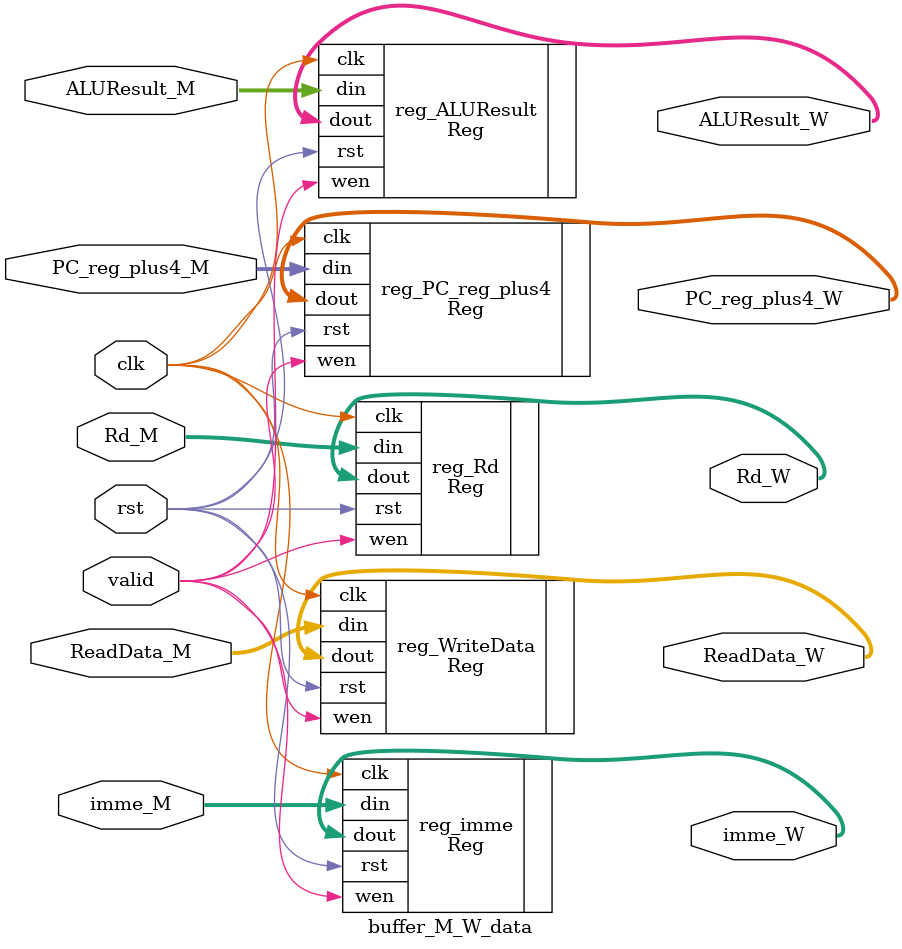
<source format=v>
`timescale 1ns / 1ps
module buffer_F_D_data(
        input clk,
        input rst,
        input [31:0] instr_F,
        input [31:0] PC_reg_F,
        input [31:0] PC_reg_plus4_F,
        input valid,
        output [31:0] instr_D,
        output [31:0] PC_reg_D,
        output [31:0] PC_reg_plus4_D
    );

    Reg #(32, 0) reg_instr (
            .clk(clk),
            .rst(rst),
            .din(instr_F),
            .dout(instr_D),
            .wen(valid)
        );

    Reg #(32, 0) reg_PC_reg (
            .clk(clk),
            .rst(rst),
            .din(PC_reg_F),
            .dout(PC_reg_D),
            .wen(valid)
        );

    Reg #(32, 0) reg_PC_reg_plus4 (
            .clk(clk),
            .rst(rst),
            .din(PC_reg_plus4_F),
            .dout(PC_reg_plus4_D),
            .wen(valid)
        );

endmodule

module buffer_D_E_data(
        input clk,
        input rst,
        input [31:0] PC_reg_D,
        input [31:0] PC_reg_plus4_D,
        input [31:0] imme_D,
        input [31:0] rdata1_D,
        input [31:0] rdata2_D,
        input [4:0] Rd_D,
        input [4:0] Rs1_D,
        input [4:0] Rs2_D,
        input valid,
        output [31:0] PC_reg_E,
        output [31:0] PC_reg_plus4_E,
        output [31:0] imme_E,
        output [31:0] rdata1_E,
        output [31:0] rdata2_E,
        output [4:0] Rd_E,
        output [4:0] Rs1_E,
        output [4:0] Rs2_E
    );

    Reg #(32, 0) reg_PC_reg(
            .clk(clk),
            .rst(rst),
            .din(PC_reg_D),
            .dout(PC_reg_E),
            .wen(valid)
        );
    Reg #(32, 0) reg_PC_reg_plus4(
            .clk(clk),
            .rst(rst),
            .din(PC_reg_plus4_D),
            .dout(PC_reg_plus4_E),
            .wen(valid)
        );
    Reg #(32, 0) reg_imme(
            .clk(clk),
            .rst(rst),
            .din(imme_D),
            .dout(imme_E),
            .wen(valid)
        );
    Reg #(32, 0) reg_Rs1(
            .clk(clk),
            .rst(rst),
            .din(rdata1_D),
            .dout(rdata1_E),
            .wen(valid)
        );
    Reg #(32, 0) reg_Rs2(
            .clk(clk),
            .rst(rst),
            .din(rdata2_D),
            .dout(rdata2_E),
            .wen(valid)
        );
    Reg #(5, 0) reg_Rd(
            .clk(clk),
            .rst(rst),
            .din(Rd_D),
            .dout(Rd_E),
            .wen(valid)
        );
    Reg #(5,0) reg_Rs1_a(
            .clk(clk),
            .rst(rst),
            .din(Rs1_D),
            .dout(Rs1_E),
            .wen(valid)
        );
    Reg #(5,0) reg_Rs2_a(
            .clk(clk),
            .rst(rst),
            .din(Rs2_D),
            .dout(Rs2_E),
            .wen(valid)
        );

endmodule

module buffer_E_M_data(
        input clk,
        input rst,
        input [31:0] ALUResult_E,
        input [31:0] WriteData_E,
        input [4:0] Rd_E,
        input [31:0] PC_reg_plus4_E,
        input valid,
        output [31:0] ALUResult_M,
        output [31:0] WriteData_M,
        output [4:0] Rd_M,
        output [31:0] PC_reg_plus4_M,
        input [31:0] imme_E,
        output [31:0] imme_M
    );
    Reg #(32, 0)reg_ALUResult(
            .clk(clk),
            .rst(rst),
            .din(ALUResult_E),
            .dout(ALUResult_M),
            .wen(valid)
        );
    Reg #(32, 0)reg_WriteData(
            .clk(clk),
            .rst(rst),
            .din(WriteData_E),
            .dout(WriteData_M),
            .wen(valid)
        );
    Reg #(5, 0) reg_Rd(
            .clk(clk),
            .rst(rst),
            .din(Rd_E),
            .dout(Rd_M),
            .wen(valid)
        );
    Reg #(32, 0) reg_PC_reg_plus4(
            .clk(clk),
            .rst(rst),
            .din(PC_reg_plus4_E),
            .dout(PC_reg_plus4_M),
            .wen(valid)
        );
    Reg #(32, 0) reg_imme(
            .clk(clk),
            .rst(rst),
            .din(imme_E),
            .dout(imme_M),
            .wen(valid)
        );

endmodule

module buffer_M_W_data(
    input clk,
    input rst,
    input [31:0] ALUResult_M,
    input [31:0] ReadData_M,
    input [31:0] PC_reg_plus4_M,
    input [4:0] Rd_M,
    input valid,
    output [31:0] ALUResult_W,
    output [31:0] ReadData_W,
    output [4:0] Rd_W,
    output [31:0] PC_reg_plus4_W,
    input [31:0] imme_M,
    output [31:0] imme_W
    );
    Reg #(32, 0) reg_ALUResult(
            .clk(clk),
            .rst(rst),
            .din(ALUResult_M),
            .dout(ALUResult_W),
            .wen(valid)
        );
    Reg #(32, 0) reg_WriteData(
            .clk(clk),
            .rst(rst),
            .din(ReadData_M),
            .dout(ReadData_W),
            .wen(valid)
        );
    Reg #(5, 0) reg_Rd(
            .clk(clk),
            .rst(rst),
            .din(Rd_M),
            .dout(Rd_W),
            .wen(valid)
        );
    Reg #(32, 0) reg_PC_reg_plus4(
            .clk(clk),
            .rst(rst),
            .din(PC_reg_plus4_M),
            .dout(PC_reg_plus4_W),
            .wen(valid)
        );
    Reg #(32,0) reg_imme(
            .clk(clk),
            .rst(rst),
            .din(imme_M),
            .dout(imme_W),
            .wen(valid)
        );

endmodule

</source>
